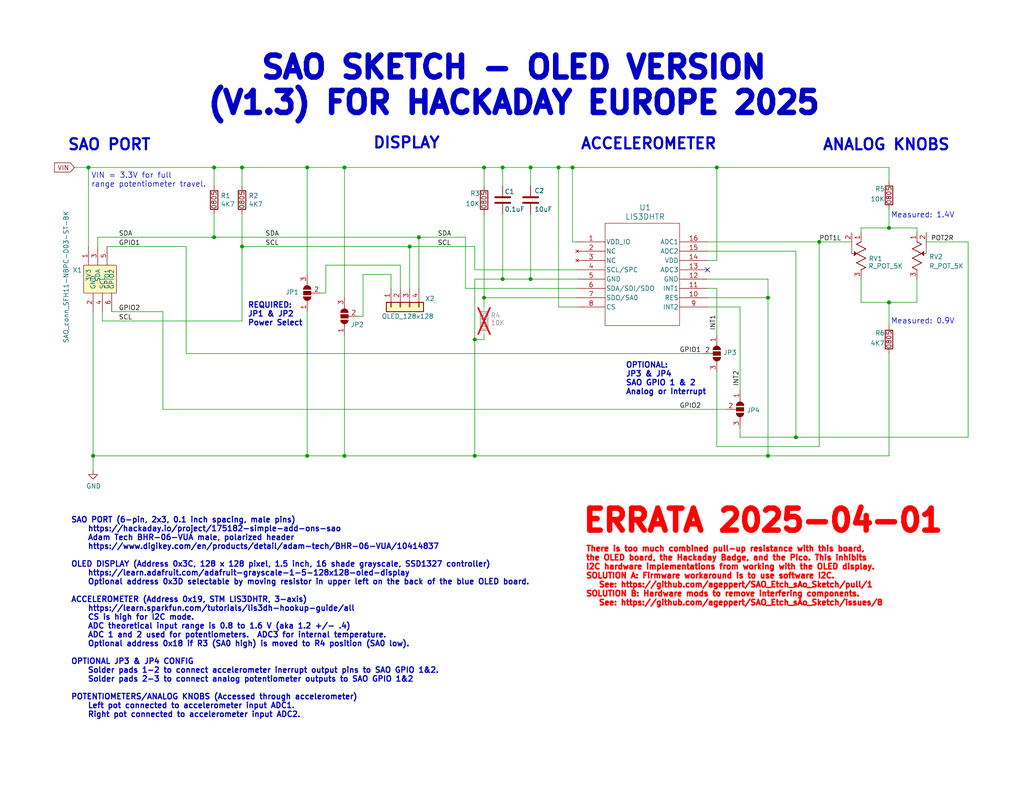
<source format=kicad_sch>
(kicad_sch (version 20231120) (generator "eeschema") (generator_version "8.0")
  (paper "A")
  (title_block (title "SAO Sketch - OLED Version") (date "2025-01-13") (rev "1.3") (company "Concept and design by Andy Geppert @ www.MachineIdeas.com") (comment 2 "https://hackaday.io/project/197581-etch-sao-sketch") (comment 4 "All non-polarized capacitors are X7R or X5R ceramic unless otherwise noted."))
  (lib_symbols
    (symbol "ANDY_SYMBOL_LIBRARY:GND" (power) (pin_names (offset 0))
      (property "Value" "GND" (at 3.937 -1.905 0))
      (symbol "GND_0_1"
        (polyline (pts (xy 0 0) (xy 0 -1.27) (xy 1.27 -1.27) (xy 0 -2.54) (xy -1.27 -1.27) (xy 0 -1.27)))
      )
      (symbol "GND_1_1"
        (pin power_in line (at 0 0 270) (length 0) hide (name "GND") (number "1"))
      )
    )
    (symbol "ANDY_SYMBOL_LIBRARY:LIS3DHTR" (pin_names (offset 0.254))
      (property "Reference" "U" (at 18.288 9.652 0))
      (property "Value" "LIS3DHTR" (at 18.288 7.112 0))
      (symbol "LIS3DHTR_0_1"
        (polyline (pts (xy 7.62 -22.86) (xy 27.94 -22.86)) (stroke (width 0.127)))
        (polyline (pts (xy 7.62 5.08) (xy 7.62 -22.86)) (stroke (width 0.127)))
        (polyline (pts (xy 27.94 -22.86) (xy 27.94 5.08)) (stroke (width 0.127)))
        (polyline (pts (xy 27.94 5.08) (xy 7.62 5.08)) (stroke (width 0.127)))
        (pin power_in line (at 0 0 0) (length 7.62) (name "VDD_IO") (number "1"))
        (pin unspecified line (at 35.56 -15.24 180) (length 7.62) (name "RES") (number "10"))
        (pin unspecified line (at 35.56 -12.7 180) (length 7.62) (name "INT1") (number "11"))
        (pin power_in line (at 35.56 -10.16 180) (length 7.62) (name "GND") (number "12"))
        (pin input line (at 35.56 -7.62 180) (length 7.62) (name "ADC3") (number "13"))
        (pin power_in line (at 35.56 -5.08 180) (length 7.62) (name "VDD") (number "14"))
        (pin input line (at 35.56 -2.54 180) (length 7.62) (name "ADC2") (number "15"))
        (pin input line (at 35.56 0 180) (length 7.62) (name "ADC1") (number "16"))
        (pin no_connect line (at 0 -2.54 0) (length 7.62) (name "NC") (number "2"))
        (pin no_connect line (at 0 -5.08 0) (length 7.62) (name "NC") (number "3"))
        (pin unspecified line (at 0 -7.62 0) (length 7.62) (name "SCL/SPC") (number "4"))
        (pin power_in line (at 0 -10.16 0) (length 7.62) (name "GND") (number "5"))
        (pin unspecified line (at 0 -12.7 0) (length 7.62) (name "SDA/SDI/SDO") (number "6"))
        (pin unspecified line (at 0 -15.24 0) (length 7.62) (name "SDO/SA0") (number "7"))
        (pin unspecified line (at 0 -17.78 0) (length 7.62) (name "CS") (number "8"))
        (pin unspecified line (at 35.56 -17.78 180) (length 7.62) (name "INT2") (number "9"))
      )
    )
    (symbol "ANDY_SYMBOL_LIBRARY:POT_91AR5KLF" (pin_names (offset 0.254))
      (property "Reference" "R" (at 5.715 6.985 0))
      (property "Value" "POT_91AR5KLF" (at 6.35 -3.81 0))
      (symbol "POT_91AR5KLF_1_1"
        (polyline (pts (xy 2.54 0) (xy 3.175 1.27)) (stroke (width 0.2032)))
        (polyline (pts (xy 2.54 2.54) (xy 5.715 2.54)) (stroke (width 0.127)))
        (polyline (pts (xy 3.175 1.27) (xy 4.445 -1.27)) (stroke (width 0.2032)))
        (polyline (pts (xy 4.445 -1.27) (xy 5.715 1.27)) (stroke (width 0.2032)))
        (polyline (pts (xy 5.715 1.27) (xy 6.985 -1.27)) (stroke (width 0.2032)))
        (polyline (pts (xy 5.715 2.54) (xy 5.715 1.27)) (stroke (width 0.127)))
        (polyline (pts (xy 6.985 -1.27) (xy 8.255 1.27)) (stroke (width 0.2032)))
        (polyline (pts (xy 8.255 1.27) (xy 9.525 -1.27)) (stroke (width 0.2032)))
        (polyline (pts (xy 9.525 -1.27) (xy 10.16 0)) (stroke (width 0.2032)))
        (polyline (pts (xy 5.08 1.905) (xy 5.715 1.27) (xy 6.35 1.905) (xy 5.715 1.905)) (fill (type outline)))
        (pin unspecified line (at 0 0 0) (length 2.54) (name "") (number "1"))
        (pin unspecified line (at 2.54 2.54 180) (length 2.54) (name "") (number "2"))
        (pin unspecified line (at 12.7 0 180) (length 2.54) (name "") (number "3"))
      )
    )
    (symbol "ANDY_SYMBOL_LIBRARY:Resistor_0805" (pin_numbers hide) (pin_names (offset 0))
      (property "Reference" "R" (at 2.032 0 90))
      (property "Value" "Resistor_0805" (at 0 0 90))
      (symbol "Resistor_0805_0_1"
        (rectangle (start -1.016 -2.54) (end 1.016 2.54) (stroke (width 0.254)))
      )
      (symbol "Resistor_0805_1_1"
        (text "0805" (at 0 0 900) (effects (font (size 1.27 1.27))))
        (pin passive line (at 0 3.81 270) (length 1.27) (name "~") (number "1"))
        (pin passive line (at 0 -3.81 90) (length 1.27) (name "~") (number "2"))
      )
    )
    (symbol "ANDY_SYMBOL_LIBRARY:SAO_conn_SFH11-NBPC-D03-ST-BK-badgelife_shitty_addon_v169bis" (pin_names (offset 1.016))
      (property "Reference" "X1" (at -8.1534 1.1938 0))
      (property "Value" "SAO_conn_SFH11-NBPC-D03-ST-BK" (at -10.6934 -18.9484 0))
      (symbol "SAO_conn_SFH11-NBPC-D03-ST-BK-badgelife_shitty_addon_v169bis_0_1"
        (rectangle (start -5.08 2.54) (end 3.81 -5.08) (fill (type background)))
      )
      (symbol "SAO_conn_SFH11-NBPC-D03-ST-BK-badgelife_shitty_addon_v169bis_1_1"
        (pin input line (at -3.81 7.62 270) (length 5.08) (name "3V3") (number "1"))
        (pin input line (at -2.54 -10.16 90) (length 5.08) (name "GND") (number "2"))
        (pin input line (at -1.27 7.62 270) (length 5.08) (name "SDA") (number "3"))
        (pin input line (at 0 -10.16 90) (length 5.08) (name "SCL") (number "4"))
        (pin input line (at 1.27 7.62 270) (length 5.08) (name "GPIO1") (number "5"))
        (pin input line (at 2.54 -10.16 90) (length 5.08) (name "GPIO2") (number "6"))
      )
    )
    (symbol "CORE_64_LIBRARY:SolderJumper_3_Open-Jumper" (pin_names (offset 0) hide)
      (property "Reference" "JP1" (at -1.27 2.54 90))
      (symbol "SolderJumper_3_Open-Jumper_0_1"
        (arc (start -1.016 1.016) (mid -2.0275 0) (end -1.016 -1.016))
        (arc (start -1.016 1.016) (mid -2.0275 0) (end -1.016 -1.016) (fill (type outline)))
        (rectangle (start -0.508 1.016) (end 0.508 -1.016) (fill (type outline)))
        (polyline (pts (xy -2.54 0) (xy -2.032 0)))
        (polyline (pts (xy -1.016 1.016) (xy -1.016 -1.016)))
        (polyline (pts (xy 0 -1.27) (xy 0 -1.016)))
        (polyline (pts (xy 1.016 1.016) (xy 1.016 -1.016)))
        (polyline (pts (xy 2.54 0) (xy 2.032 0)))
        (arc (start 1.016 -1.016) (mid 2.0275 0) (end 1.016 1.016))
        (arc (start 1.016 -1.016) (mid 2.0275 0) (end 1.016 1.016) (fill (type outline)))
      )
      (symbol "SolderJumper_3_Open-Jumper_1_1"
        (pin passive line (at -5.08 0 0) (length 2.54) (name "A") (number "1"))
        (pin input line (at 0 -3.81 90) (length 2.54) (name "C") (number "2"))
        (pin passive line (at 5.08 0 180) (length 2.54) (name "B") (number "3"))
      )
    )
    (symbol "Connector_Generic:Conn_01x04" (pin_names (offset 1.016) hide)
      (property "Reference" "J" (at 0 5.08 0))
      (property "Value" "Conn_01x04" (at 0 -7.62 0))
      (symbol "Conn_01x04_1_1"
        (rectangle (start -1.27 -4.953) (end 0 -5.207) (stroke (width 0.1524)))
        (rectangle (start -1.27 -2.413) (end 0 -2.667) (stroke (width 0.1524)))
        (rectangle (start -1.27 0.127) (end 0 -0.127) (stroke (width 0.1524)))
        (rectangle (start -1.27 2.667) (end 0 2.413) (stroke (width 0.1524)))
        (rectangle (start -1.27 3.81) (end 1.27 -6.35) (stroke (width 0.254)) (fill (type background)))
        (pin passive line (at -5.08 2.54 0) (length 3.81) (name "Pin_1") (number "1"))
        (pin passive line (at -5.08 0 0) (length 3.81) (name "Pin_2") (number "2"))
        (pin passive line (at -5.08 -2.54 0) (length 3.81) (name "Pin_3") (number "3"))
        (pin passive line (at -5.08 -5.08 0) (length 3.81) (name "Pin_4") (number "4"))
      )
    )
    (symbol "Device:C" (pin_numbers hide) (pin_names (offset 0.254))
      (property "Reference" "C" (at 0.635 2.54 0))
      (property "Value" "C" (at 0.635 -2.54 0))
      (symbol "C_0_1"
        (polyline (pts (xy -2.032 -0.762) (xy 2.032 -0.762)) (stroke (width 0.508)))
        (polyline (pts (xy -2.032 0.762) (xy 2.032 0.762)) (stroke (width 0.508)))
      )
      (symbol "C_1_1"
        (pin passive line (at 0 3.81 270) (length 2.794) (name "~") (number "1"))
        (pin passive line (at 0 -3.81 90) (length 2.794) (name "~") (number "2"))
      )
    )
  )
  (bus_alias "CA_SHIFT_REGISTER_BUS" (members "CM_SR_CLK" "CM_SR_LAT" "CM_SR_~{OE}" "CM_SR_SER1"))
  (bus_alias "CM_TRANSISTOR_DRIVE_BUS" (members "CM_Q1N" "CM_Q1P" "CM_Q2N" "CM_Q2P" "CM_Q3N" "CM_Q3P" "CM_Q4N" "CM_Q4P" "CM_Q5N" "CM_Q5P" "CM_Q6N" "CM_Q6P" "CM_Q7N" "CM_Q7P" "CM_Q8N" "CM_Q8P" "CM_Q9N" "CM_Q9P" "CM_Q10N" "CM_Q10P" "CA_SR_GPO_A" "CA_SR_GPO_B" "CA_SR_GPO_C" "CA_SR_GPO_D"))
  (bus_alias "GPIO_CPS_BUS" (members "GPIO1_CP1_SAO1" "GPIO2_CP2_SAO2" "GPIO3_CP3_DC" "GPIO4_CP4_CS2" "GPIO5_CP5_HS1" "GPIO6_CP6_HS2" "GPIO7_CP7_HS3" "GPIO8_CP8_HS4"))
  (bus_alias "I2C_3V3_BUS" (members "I2C_3V3_SCL" "I2C_3V3_SDA"))
  (bus_alias "SPI_3V3_BUS" (members "SPI_CD" "SPI_RESET" "SPI_SDI" "SPI_CS1" "SPI_CLK" "SPI_SDO"))
  (junction (at 83.82 45.72))
  (junction (at 93.98 45.72))
  (junction (at 66.04 45.72))
  (junction (at 66.04 67.31))
  (junction (at 217.17 119.38))
  (junction (at 132.08 45.72))
  (junction (at 25.4 124.46))
  (junction (at 83.82 124.46))
  (junction (at 209.55 124.46))
  (junction (at 58.42 64.77))
  (junction (at 144.78 76.2))
  (junction (at 144.78 45.72))
  (junction (at 195.58 45.72))
  (junction (at 129.54 92.71))
  (junction (at 242.57 62.23))
  (junction (at 137.16 45.72))
  (junction (at 242.57 82.55))
  (junction (at 24.13 45.72))
  (junction (at 152.4 45.72))
  (junction (at 58.42 45.72))
  (junction (at 114.3 64.77))
  (junction (at 209.55 81.28))
  (junction (at 111.76 67.31))
  (junction (at 129.54 124.46))
  (junction (at 156.21 45.72))
  (junction (at 223.52 66.04))
  (junction (at 137.16 76.2))
  (junction (at 93.98 124.46))
  (junction (at 132.08 81.28))
  (no_connect (at 193.04 73.66))
  (wire (pts (xy 156.21 45.72) (xy 195.58 45.72)))
  (wire (pts (xy 24.13 45.72) (xy 58.42 45.72)))
  (wire (pts (xy 217.17 119.38) (xy 264.16 119.38)))
  (wire (pts (xy 27.94 87.63) (xy 27.94 85.09)))
  (wire (pts (xy 195.58 121.92) (xy 195.58 101.6)))
  (wire (pts (xy 193.04 83.82) (xy 201.93 83.82)))
  (wire (pts (xy 132.08 81.28) (xy 132.08 58.42)))
  (wire (pts (xy 127 78.74) (xy 127 64.77)))
  (wire (pts (xy 252.73 66.04) (xy 264.16 66.04)))
  (wire (pts (xy 195.58 45.72) (xy 242.57 45.72)))
  (wire (pts (xy 30.48 85.09) (xy 44.45 85.09)))
  (wire (pts (xy 264.16 119.38) (xy 264.16 66.04)))
  (wire (pts (xy 137.16 58.42) (xy 137.16 76.2)))
  (wire (pts (xy 25.4 124.46) (xy 83.82 124.46)))
  (wire (pts (xy 157.48 81.28) (xy 132.08 81.28)))
  (wire (pts (xy 137.16 45.72) (xy 137.16 50.8)))
  (wire (pts (xy 20.32 45.72) (xy 24.13 45.72)))
  (wire (pts (xy 58.42 58.42) (xy 58.42 64.77)))
  (wire (pts (xy 50.8 67.31) (xy 50.8 96.52)))
  (wire (pts (xy 66.04 45.72) (xy 83.82 45.72)))
  (wire (pts (xy 83.82 45.72) (xy 83.82 74.93)))
  (wire (pts (xy 242.57 88.9) (xy 242.57 82.55)))
  (wire (pts (xy 50.8 96.52) (xy 191.77 96.52)))
  (wire (pts (xy 193.04 78.74) (xy 195.58 78.74)))
  (wire (pts (xy 83.82 85.09) (xy 83.82 124.46)))
  (wire (pts (xy 88.9 72.39) (xy 109.22 72.39)))
  (wire (pts (xy 132.08 91.44) (xy 132.08 92.71)))
  (wire (pts (xy 66.04 58.42) (xy 66.04 67.31)))
  (wire (pts (xy 137.16 45.72) (xy 144.78 45.72)))
  (wire (pts (xy 129.54 124.46) (xy 209.55 124.46)))
  (wire (pts (xy 144.78 45.72) (xy 144.78 50.8)))
  (wire (pts (xy 93.98 45.72) (xy 132.08 45.72)))
  (wire (pts (xy 234.95 76.2) (xy 234.95 82.55)))
  (wire (pts (xy 114.3 64.77) (xy 127 64.77)))
  (wire (pts (xy 144.78 76.2) (xy 157.48 76.2)))
  (wire (pts (xy 129.54 76.2) (xy 129.54 92.71)))
  (wire (pts (xy 217.17 68.58) (xy 217.17 119.38)))
  (wire (pts (xy 26.67 64.77) (xy 26.67 67.31)))
  (wire (pts (xy 157.48 78.74) (xy 127 78.74)))
  (wire (pts (xy 99.06 86.36) (xy 99.06 74.93)))
  (wire (pts (xy 93.98 91.44) (xy 93.98 124.46)))
  (wire (pts (xy 152.4 83.82) (xy 157.48 83.82)))
  (wire (pts (xy 109.22 72.39) (xy 109.22 78.74)))
  (wire (pts (xy 58.42 64.77) (xy 114.3 64.77)))
  (wire (pts (xy 58.42 45.72) (xy 66.04 45.72)))
  (wire (pts (xy 106.68 74.93) (xy 106.68 78.74)))
  (wire (pts (xy 83.82 45.72) (xy 93.98 45.72)))
  (wire (pts (xy 195.58 78.74) (xy 195.58 91.44)))
  (wire (pts (xy 242.57 82.55) (xy 250.19 82.55)))
  (wire (pts (xy 157.48 66.04) (xy 156.21 66.04)))
  (wire (pts (xy 195.58 45.72) (xy 195.58 71.12)))
  (wire (pts (xy 132.08 45.72) (xy 137.16 45.72)))
  (wire (pts (xy 223.52 66.04) (xy 223.52 121.92)))
  (wire (pts (xy 58.42 45.72) (xy 58.42 50.8)))
  (wire (pts (xy 209.55 124.46) (xy 242.57 124.46)))
  (wire (pts (xy 132.08 92.71) (xy 129.54 92.71)))
  (wire (pts (xy 44.45 111.76) (xy 198.12 111.76)))
  (wire (pts (xy 93.98 45.72) (xy 93.98 81.28)))
  (wire (pts (xy 144.78 45.72) (xy 152.4 45.72)))
  (wire (pts (xy 234.95 62.23) (xy 242.57 62.23)))
  (wire (pts (xy 27.94 87.63) (xy 66.04 87.63)))
  (wire (pts (xy 83.82 124.46) (xy 93.98 124.46)))
  (wire (pts (xy 242.57 96.52) (xy 242.57 124.46)))
  (wire (pts (xy 114.3 64.77) (xy 114.3 78.74)))
  (wire (pts (xy 111.76 67.31) (xy 129.54 67.31)))
  (wire (pts (xy 152.4 45.72) (xy 152.4 83.82)))
  (wire (pts (xy 193.04 71.12) (xy 195.58 71.12)))
  (wire (pts (xy 137.16 76.2) (xy 144.78 76.2)))
  (wire (pts (xy 88.9 80.01) (xy 87.63 80.01)))
  (wire (pts (xy 44.45 85.09) (xy 44.45 111.76)))
  (wire (pts (xy 223.52 66.04) (xy 232.41 66.04)))
  (wire (pts (xy 242.57 45.72) (xy 242.57 49.53)))
  (wire (pts (xy 137.16 76.2) (xy 129.54 76.2)))
  (wire (pts (xy 217.17 68.58) (xy 193.04 68.58)))
  (wire (pts (xy 223.52 121.92) (xy 195.58 121.92)))
  (wire (pts (xy 129.54 73.66) (xy 129.54 67.31)))
  (wire (pts (xy 201.93 83.82) (xy 201.93 106.68)))
  (wire (pts (xy 152.4 45.72) (xy 156.21 45.72)))
  (wire (pts (xy 209.55 81.28) (xy 209.55 124.46)))
  (wire (pts (xy 144.78 58.42) (xy 144.78 76.2)))
  (wire (pts (xy 156.21 66.04) (xy 156.21 45.72)))
  (wire (pts (xy 250.19 76.2) (xy 250.19 82.55)))
  (wire (pts (xy 234.95 62.23) (xy 234.95 63.5)))
  (wire (pts (xy 129.54 92.71) (xy 129.54 124.46)))
  (wire (pts (xy 242.57 62.23) (xy 250.19 62.23)))
  (wire (pts (xy 88.9 80.01) (xy 88.9 72.39)))
  (wire (pts (xy 93.98 124.46) (xy 129.54 124.46)))
  (wire (pts (xy 25.4 128.27) (xy 25.4 124.46)))
  (wire (pts (xy 242.57 57.15) (xy 242.57 62.23)))
  (wire (pts (xy 111.76 67.31) (xy 111.76 78.74)))
  (wire (pts (xy 201.93 119.38) (xy 217.17 119.38)))
  (wire (pts (xy 66.04 67.31) (xy 66.04 87.63)))
  (wire (pts (xy 99.06 74.93) (xy 106.68 74.93)))
  (wire (pts (xy 66.04 67.31) (xy 111.76 67.31)))
  (wire (pts (xy 157.48 73.66) (xy 129.54 73.66)))
  (wire (pts (xy 193.04 81.28) (xy 209.55 81.28)))
  (wire (pts (xy 250.19 62.23) (xy 250.19 63.5)))
  (wire (pts (xy 29.21 67.31) (xy 50.8 67.31)))
  (wire (pts (xy 25.4 124.46) (xy 25.4 85.09)))
  (wire (pts (xy 234.95 82.55) (xy 242.57 82.55)))
  (wire (pts (xy 209.55 76.2) (xy 209.55 81.28)))
  (wire (pts (xy 132.08 81.28) (xy 132.08 83.82)))
  (wire (pts (xy 193.04 76.2) (xy 209.55 76.2)))
  (wire (pts (xy 201.93 119.38) (xy 201.93 116.84)))
  (wire (pts (xy 193.04 66.04) (xy 223.52 66.04)))
  (wire (pts (xy 66.04 45.72) (xy 66.04 50.8)))
  (wire (pts (xy 97.79 86.36) (xy 99.06 86.36)))
  (wire (pts (xy 132.08 45.72) (xy 132.08 50.8)))
  (wire (pts (xy 24.13 45.72) (xy 24.13 67.31)))
  (wire (pts (xy 26.67 64.77) (xy 58.42 64.77)))
  (text "SAO PORT (6-pin, 2x3, 0.1 inch spacing, male pins)\n    https://hackaday.io/project/175182-simple-add-ons-sao\n    Adam Tech BHR-06-VUA male, polarized header\n    https://www.digikey.com/en/products/detail/adam-tech/BHR-06-VUA/10414837\n\nOLED DISPLAY (Address 0x3C, 128 x 128 pixel, 1.5 inch, 16 shade grayscale, SSD1327 controller)\n    https://learn.adafruit.com/adafruit-grayscale-1-5-128x128-oled-display\n    Optional address 0x3D selectable by moving resistor in upper left on the back of the blue OLED board.\n\nACCELEROMETER (Address 0x19, STM LIS3DHTR, 3-axis)\n    https://learn.sparkfun.com/tutorials/lis3dh-hookup-guide/all\n    CS is high for I2C mode.\n    ADC theoretical input range is 0.8 to 1.6 V (aka 1.2 +/- .4)\n    ADC 1 and 2 used for potentiometers.  ADC3 for internal temperature.\n    Optional address 0x18 if R3 (SA0 high) is moved to R4 position (SA0 low).\n\nOPTIONAL JP3 & JP4 CONFIG\n    Solder pads 1-2 to connect accelerometer inerrupt output pins to SAO GPIO 1&2.\n    Solder pads 2-3 to connect analog potentiometer outputs to SAO GPIO 1&2  \n\nPOTENTIOMETERS/ANALOG KNOBS (Accessed through accelerometer)\n    Left pot connected to accelerometer input ADC1.\n    Right pot connected to accelerometer input ADC2." (at 19.304 196.088 0) (effects (font (size 1.5 1.5) (thickness 0.3) (bold yes)) (justify left bottom)))
  (text "Measured: 1.4V" (at 243.078 59.69 0) (effects (font (size 1.5 1.5)) (justify left bottom)))
  (text "REQUIRED:\nJP1 & JP2\nPower Select" (at 67.564 89.154 0) (effects (font (size 1.5 1.5) (thickness 0.3) (bold yes)) (justify left bottom)))
  (text "DISPLAY" (at 101.6 40.894 0) (effects (font (size 3 3) (thickness 0.6) (bold yes)) (justify left bottom)))
  (text "ANALOG KNOBS" (at 224.282 41.402 0) (effects (font (size 3 3) (thickness 0.6) (bold yes)) (justify left bottom)))
  (text "SAO SKETCH - OLED VERSION\n(V1.3) FOR HACKADAY EUROPE 2025" (at 140.208 31.75 0) (effects (font (size 6 6) (thickness 1.6) (bold yes)) (justify bottom)))
  (text "Measured: 0.9V" (at 243.078 88.646 0) (effects (font (size 1.5 1.5)) (justify left bottom)))
  (text "VIN = 3.3V for full\nrange potentiometer travel." (at 24.892 51.308 0) (effects (font (size 1.5 1.5)) (justify left bottom)))
  (text "OPTIONAL:\nJP3 & JP4\nSAO GPIO 1 & 2\nAnalog or Interrupt" (at 170.688 107.95 0) (effects (font (size 1.5 1.5) (thickness 0.3) (bold yes)) (justify left bottom)))
  (text "There is too much combined pull-up resistance with this board,\nthe OLED board, the Hackaday Badge, and the Pico. This inhibits\nI2C hardware implementations from working with the OLED display.\nSOLUTION A: Firmware workaround is to use software I2C.\n   See: https://github.com/ageppert/SAO_Etch_sAo_Sketch/pull/1\nSOLUTION B: Hardware mods to remove interfering components.\n   See: https://github.com/ageppert/SAO_Etch_sAo_Sketch/issues/8" (at 159.766 165.608 0) (effects (font (size 1.524 1.524) (thickness 1.6) (bold yes)) (justify left bottom)))
  (text "ACCELEROMETER" (at 158.242 41.148 0) (effects (font (size 3 3) (thickness 0.6) (bold yes)) (justify left bottom)))
  (text "SAO PORT" (at 18.288 41.402 0) (effects (font (size 3 3) (thickness 0.6) (bold yes)) (justify left bottom)))
  (text "ERRATA 2025-04-01" (at 158.496 145.796 0) (effects (font (size 6 6) (thickness 1.6) (bold yes)) (justify left bottom)))
  (label "SDA" (at 32.385 64.77 0))
  (label "GPIO1" (at 32.385 67.31 0))
  (label "SCL" (at 32.385 87.63 0))
  (label "POT2R" (at 254 66.04 0))
  (label "INT2" (at 201.93 105.41 90))
  (label "GPIO2" (at 32.385 85.09 0))
  (label "GPIO1" (at 185.42 96.52 0))
  (label "SCL" (at 119.38 67.31 0))
  (label "SDA" (at 72.39 64.77 0))
  (label "GPIO2" (at 185.42 111.76 0))
  (label "POT1L" (at 223.52 66.04 0))
  (label "SDA" (at 119.38 64.77 0))
  (label "SCL" (at 72.39 67.31 0))
  (label "INT1" (at 195.58 90.17 90))
  (global_label "VIN" (shape input) (at 20.32 45.72 180) (property "Intersheetrefs" "${INTERSHEET_REFS}" (effects (hide yes))))
  (symbol (lib_id "ANDY_SYMBOL_LIBRARY:Resistor_0805") (at 66.04 54.61 0) (unit 1)
    (property "Reference" "R2" (at 67.818 53.4416 0) (effects (justify left)))
    (property "Value" "4K7" (at 67.818 55.753 0) (effects (justify left)))
    (property "Footprint" "Resistor_SMD:R_0805_2012Metric" (effects (hide yes)))
    (property "Description" "Resistor" (effects (hide yes)))
    (property "Populate" "no" (effects (hide yes)))
    (property "LCSC" "C17673" (effects (hide yes)))
  )
  (symbol (lib_id "CORE_64_LIBRARY:SolderJumper_3_Open-Jumper") (at 201.93 111.76 270) (unit 1)
    (property "Reference" "JP4" (at 203.708 112.014 90) (effects (justify left)))
    (property "Value" "SolderJumper_3_Open" (effects (hide yes)))
    (property "Footprint" "Jumper:SolderJumper-3_P1.3mm_Open_RoundedPad1.0x1.5mm_NumberLabels" (effects (hide yes)))
    (property "Insert?" "No" (effects (hide yes)))
    (property "Populate" "DNP" (effects (hide yes)))
  )
  (symbol (lib_id "CORE_64_LIBRARY:SolderJumper_3_Open-Jumper") (at 195.58 96.52 270) (unit 1)
    (property "Reference" "JP3" (at 197.358 96.266 90) (effects (justify left)))
    (property "Value" "SolderJumper_3_Open" (effects (hide yes)))
    (property "Footprint" "Jumper:SolderJumper-3_P1.3mm_Open_RoundedPad1.0x1.5mm_NumberLabels" (effects (hide yes)))
    (property "Insert?" "No" (effects (hide yes)))
    (property "Populate" "DNP" (effects (hide yes)))
  )
  (symbol (lib_id "ANDY_SYMBOL_LIBRARY:Resistor_0805") (at 58.42 54.61 0) (unit 1)
    (property "Reference" "R1" (at 60.198 53.4416 0) (effects (justify left)))
    (property "Value" "4K7" (at 60.198 55.753 0) (effects (justify left)))
    (property "Footprint" "Resistor_SMD:R_0805_2012Metric" (effects (hide yes)))
    (property "Description" "Resistor" (effects (hide yes)))
    (property "Populate" "no" (effects (hide yes)))
    (property "LCSC" "C17673" (effects (hide yes)))
  )
  (symbol (lib_id "ANDY_SYMBOL_LIBRARY:GND") (at 25.4 128.27 0) (unit 1)
    (property "Reference" "#PWR02" (effects (hide yes)))
    (property "Value" "GND" (at 25.527 132.715 0))
  )
  (symbol (lib_id "ANDY_SYMBOL_LIBRARY:LIS3DHTR") (at 157.48 66.04 0) (unit 1)
    (property "Reference" "U1" (at 176.022 56.642 0) (effects (font (size 1.524 1.524))))
    (property "Value" "LIS3DHTR" (at 176.022 59.182 0) (effects (font (size 1.524 1.524))))
    (property "Footprint" "Andy_Footprint_Library:LGA-16_3x3x1mm_STM" (effects (hide yes)))
    (property "Datasheet" "LIS3DHTR" (effects (hide yes)))
    (property "Digi-Key_PN" "497-10613-2-ND" (effects (hide yes)))
    (property "LCSC" "C15134" (effects (hide yes)))
    (property "Manufacturer" "STMicroelectronics" (effects (hide yes)))
    (property "Manufacturer_Part_Number" "LIS3DHTR" (effects (hide yes)))
  )
  (symbol (lib_id "Connector_Generic:Conn_01x04") (at 109.22 83.82 90) (mirror x) (unit 1)
    (property "Reference" "X2" (at 118.618 81.534 90) (effects (justify left)))
    (property "Value" "OLED_128x128" (at 118.364 86.36 90) (effects (justify left)))
    (property "Footprint" "Andy_Footprint_Library:OLED_1.50_128x128" (effects (hide yes)))
    (property "Insert?" "No" (effects (hide yes)))
    (property "Populate" "DNP" (effects (hide yes)))
    (property "User Optional" "yes" (effects (hide yes)))
  )
  (symbol (lib_id "ANDY_SYMBOL_LIBRARY:POT_91AR5KLF") (at 234.95 63.5 90) (mirror x) (unit 1)
    (property "Reference" "RV1" (at 240.792 70.612 90) (effects (justify left)))
    (property "Value" "R_POT_5K" (at 246.38 72.644 90) (effects (justify left)))
    (property "Footprint" "Andy_Footprint_Library:POT_RES3_91A_TTE" (effects (hide yes)))
    (property "Datasheet" "91AR5KLF" (effects (hide yes)))
    (property "Description" "Potentiometer, US symbol" (effects (hide yes)))
    (property "Digi-Key_PN" "987-1171-ND" (effects (hide yes)))
    (property "Manufacturer" "TT Electronics" (effects (hide yes)))
    (property "Manufacturer_Part_Number" "91AR5KLF" (effects (hide yes)))
  )
  (symbol (lib_id "ANDY_SYMBOL_LIBRARY:Resistor_0805") (at 132.08 54.61 0) (unit 1)
    (property "Reference" "R3" (at 128.27 52.832 0) (effects (justify left)))
    (property "Value" "10K" (at 127 55.626 0) (effects (justify left)))
    (property "Footprint" "Resistor_SMD:R_0805_2012Metric" (effects (hide yes)))
    (property "Description" "Resistor" (effects (hide yes)))
    (property "Populate" "no" (effects (hide yes)))
    (property "LCSC" "C17414" (effects (hide yes)))
  )
  (symbol (lib_id "ANDY_SYMBOL_LIBRARY:Resistor_0805") (at 132.08 87.63 0) (unit 1) (dnp yes)
    (property "Reference" "R4" (at 133.858 86.106 0) (effects (justify left)))
    (property "Value" "10K" (at 133.858 88.138 0) (effects (justify left)))
    (property "Footprint" "Resistor_SMD:R_0805_2012Metric" (effects (hide yes)))
    (property "Description" "Resistor" (effects (hide yes)))
    (property "Populate" "no" (effects (hide yes)))
    (property "LCSC" "C17414" (effects (hide yes)))
  )
  (symbol (lib_id "ANDY_SYMBOL_LIBRARY:Resistor_0805") (at 242.57 92.71 0) (unit 1)
    (property "Reference" "R6" (at 238.76 90.932 0) (effects (justify left)))
    (property "Value" "4K7" (at 237.49 93.726 0) (effects (justify left)))
    (property "Footprint" "Resistor_SMD:R_0805_2012Metric" (effects (hide yes)))
    (property "Description" "Resistor" (effects (hide yes)))
    (property "Populate" "no" (effects (hide yes)))
    (property "LCSC" "C17673" (effects (hide yes)))
  )
  (symbol (lib_id "Device:C") (at 137.16 54.61 0) (unit 1)
    (property "Reference" "C1" (at 137.668 52.324 0) (effects (justify left)))
    (property "Value" "0.1uF" (at 137.668 57.15 0) (effects (justify left)))
    (property "Footprint" "Capacitor_SMD:C_0805_2012Metric" (effects (hide yes)))
    (property "Description" "CAP" (effects (hide yes)))
    (property "Insert?" "Yes" (effects (hide yes)))
    (property "LCSC" "C28233" (effects (hide yes)))
    (property "Populate" "yes" (effects (hide yes)))
  )
  (symbol (lib_id "Device:C") (at 144.78 54.61 0) (unit 1)
    (property "Reference" "C2" (at 145.796 52.07 0) (effects (justify left)))
    (property "Value" "10uF" (at 145.796 57.15 0) (effects (justify left)))
    (property "Footprint" "Capacitor_SMD:C_0805_2012Metric" (effects (hide yes)))
    (property "Description" "CAP" (effects (hide yes)))
    (property "Insert?" "Yes" (effects (hide yes)))
    (property "LCSC" "C17024" (effects (hide yes)))
    (property "Populate" "yes" (effects (hide yes)))
  )
  (symbol (lib_id "ANDY_SYMBOL_LIBRARY:SAO_conn_SFH11-NBPC-D03-ST-BK-badgelife_shitty_addon_v169bis") (at 27.94 74.93 0) (unit 1)
    (property "Reference" "X1" (at 19.7866 73.7362 0) (effects (justify left)))
    (property "Value" "SAO_conn_SFH11-NBPC-D03-ST-BK" (at 18.034 93.726 90) (effects (justify left)))
    (property "Footprint" "Andy_Footprint_Library:Badgelife-SAOv169-BADGE-2x3-Edge-Connect-no-front-text-shortened" (effects (hide yes)))
    (property "Description" "CONN HDR 6POS KEYED SOCKET 0.1 T.H." (effects (hide yes)))
    (property "MPN" "SFH11-NBPC-D03-ST-BK" (effects (hide yes)))
    (property "Manufacturer_Name" "Sullins" (effects (hide yes)))
    (property "Insert?" "Yes" (effects (hide yes)))
    (property "Populate" "DNP" (effects (hide yes)))
    (property "User Optional" "yes" (effects (hide yes)))
  )
  (symbol (lib_id "ANDY_SYMBOL_LIBRARY:POT_91AR5KLF") (at 250.19 63.5 270) (unit 1)
    (property "Reference" "RV2" (at 253.492 70.104 90) (effects (justify left)))
    (property "Value" "R_POT_5K" (at 253.492 72.644 90) (effects (justify left)))
    (property "Footprint" "Andy_Footprint_Library:POT_RES3_91A_TTE" (effects (hide yes)))
    (property "Datasheet" "91AR5KLF" (effects (hide yes)))
    (property "Description" "Potentiometer, US symbol" (effects (hide yes)))
    (property "Digi-Key_PN" "987-1171-ND" (effects (hide yes)))
    (property "Manufacturer" "TT Electronics" (effects (hide yes)))
    (property "Manufacturer_Part_Number" "91AR5KLF" (effects (hide yes)))
  )
  (symbol (lib_id "CORE_64_LIBRARY:SolderJumper_3_Open-Jumper") (at 83.82 80.01 90) (unit 1)
    (property "Reference" "JP1" (at 81.534 79.756 90) (effects (justify left)))
    (property "Value" "SolderJumper_3_Open" (effects (hide yes)))
    (property "Footprint" "Jumper:SolderJumper-3_P1.3mm_Open_RoundedPad1.0x1.5mm_NumberLabels" (effects (hide yes)))
    (property "Insert?" "No" (effects (hide yes)))
    (property "Populate" "DNP" (effects (hide yes)))
  )
  (symbol (lib_id "ANDY_SYMBOL_LIBRARY:Resistor_0805") (at 242.57 53.34 0) (unit 1)
    (property "Reference" "R5" (at 238.76 51.562 0) (effects (justify left)))
    (property "Value" "10K" (at 237.49 54.356 0) (effects (justify left)))
    (property "Footprint" "Resistor_SMD:R_0805_2012Metric" (effects (hide yes)))
    (property "Description" "Resistor" (effects (hide yes)))
    (property "Populate" "no" (effects (hide yes)))
    (property "LCSC" "C17414" (effects (hide yes)))
  )
  (symbol (lib_id "CORE_64_LIBRARY:SolderJumper_3_Open-Jumper") (at 93.98 86.36 90) (unit 1)
    (property "Reference" "JP2" (at 99.314 88.646 90) (effects (justify left)))
    (property "Value" "SolderJumper_3_Open" (effects (hide yes)))
    (property "Footprint" "Jumper:SolderJumper-3_P1.3mm_Open_RoundedPad1.0x1.5mm_NumberLabels" (effects (hide yes)))
    (property "Insert?" "No" (effects (hide yes)))
    (property "Populate" "DNP" (effects (hide yes)))
  )
)
</source>
